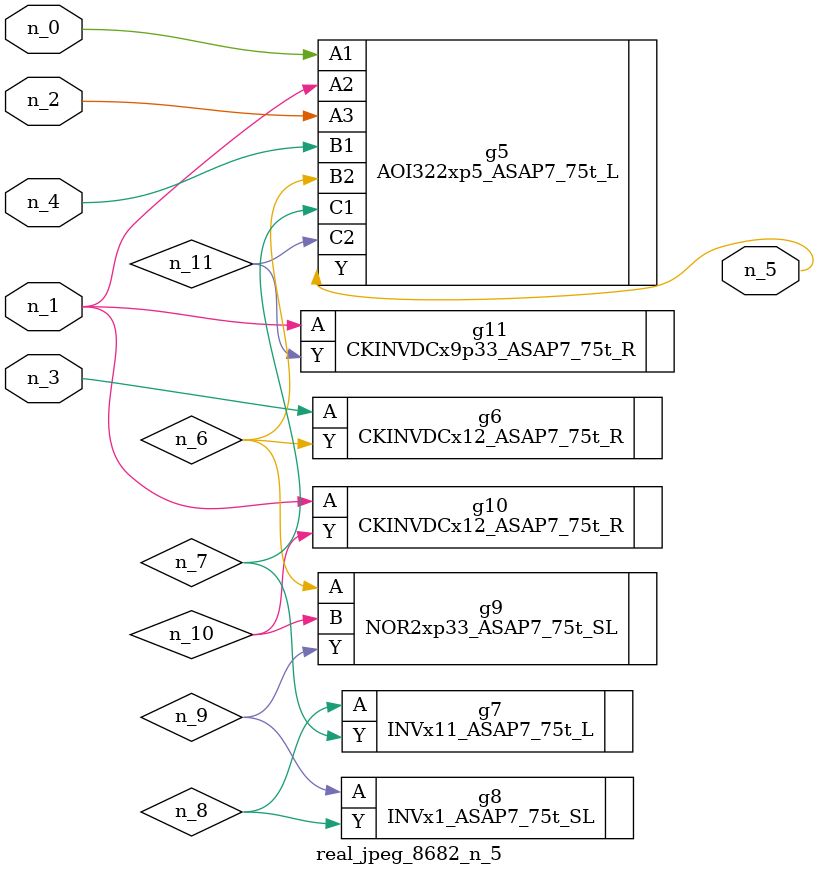
<source format=v>
module real_jpeg_8682_n_5 (n_4, n_0, n_1, n_2, n_3, n_5);

input n_4;
input n_0;
input n_1;
input n_2;
input n_3;

output n_5;

wire n_8;
wire n_11;
wire n_6;
wire n_7;
wire n_10;
wire n_9;

AOI322xp5_ASAP7_75t_L g5 ( 
.A1(n_0),
.A2(n_1),
.A3(n_2),
.B1(n_4),
.B2(n_6),
.C1(n_7),
.C2(n_11),
.Y(n_5)
);

CKINVDCx12_ASAP7_75t_R g10 ( 
.A(n_1),
.Y(n_10)
);

CKINVDCx9p33_ASAP7_75t_R g11 ( 
.A(n_1),
.Y(n_11)
);

CKINVDCx12_ASAP7_75t_R g6 ( 
.A(n_3),
.Y(n_6)
);

NOR2xp33_ASAP7_75t_SL g9 ( 
.A(n_6),
.B(n_10),
.Y(n_9)
);

INVx11_ASAP7_75t_L g7 ( 
.A(n_8),
.Y(n_7)
);

INVx1_ASAP7_75t_SL g8 ( 
.A(n_9),
.Y(n_8)
);


endmodule
</source>
